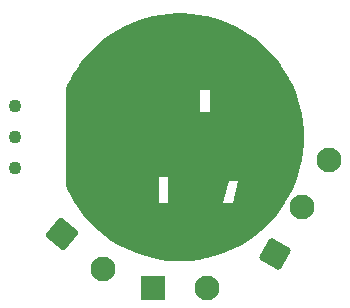
<source format=gbr>
%TF.GenerationSoftware,KiCad,Pcbnew,8.0.0*%
%TF.CreationDate,2024-03-10T03:06:54-05:00*%
%TF.ProjectId,Flashlight,466c6173-686c-4696-9768-742e6b696361,1.0*%
%TF.SameCoordinates,Original*%
%TF.FileFunction,Soldermask,Bot*%
%TF.FilePolarity,Negative*%
%FSLAX46Y46*%
G04 Gerber Fmt 4.6, Leading zero omitted, Abs format (unit mm)*
G04 Created by KiCad (PCBNEW 8.0.0) date 2024-03-10 03:06:54*
%MOMM*%
%LPD*%
G01*
G04 APERTURE LIST*
G04 Aperture macros list*
%AMRoundRect*
0 Rectangle with rounded corners*
0 $1 Rounding radius*
0 $2 $3 $4 $5 $6 $7 $8 $9 X,Y pos of 4 corners*
0 Add a 4 corners polygon primitive as box body*
4,1,4,$2,$3,$4,$5,$6,$7,$8,$9,$2,$3,0*
0 Add four circle primitives for the rounded corners*
1,1,$1+$1,$2,$3*
1,1,$1+$1,$4,$5*
1,1,$1+$1,$6,$7*
1,1,$1+$1,$8,$9*
0 Add four rect primitives between the rounded corners*
20,1,$1+$1,$2,$3,$4,$5,0*
20,1,$1+$1,$4,$5,$6,$7,0*
20,1,$1+$1,$6,$7,$8,$9,0*
20,1,$1+$1,$8,$9,$2,$3,0*%
G04 Aperture macros list end*
%ADD10RoundRect,0.250001X-0.799999X-0.799999X0.799999X-0.799999X0.799999X0.799999X-0.799999X0.799999X0*%
%ADD11C,2.100000*%
%ADD12RoundRect,0.250001X-1.127064X-0.098605X0.098605X-1.127064X1.127064X0.098605X-0.098605X1.127064X0*%
%ADD13RoundRect,0.250001X0.292820X-1.092819X1.092819X0.292820X-0.292820X1.092819X-1.092819X-0.292820X0*%
%ADD14C,1.100000*%
G04 APERTURE END LIST*
D10*
%TO.C,BT1*%
X112600000Y-77600000D03*
D11*
X117200000Y-77600000D03*
%TD*%
D12*
%TO.C,SW2*%
X104876196Y-73043177D03*
D11*
X108400000Y-76000000D03*
%TD*%
%TO.C,SW1*%
X127500000Y-66716282D03*
X125200000Y-70699999D03*
D13*
X122900000Y-74683716D03*
%TD*%
D14*
%TO.C,SW3*%
X100900001Y-67400000D03*
X100900001Y-64800000D03*
X100900001Y-62200000D03*
%TD*%
G36*
X115207157Y-54315215D02*
G01*
X115845010Y-54354556D01*
X115852615Y-54355261D01*
X116486812Y-54433792D01*
X116494359Y-54434963D01*
X117122545Y-54552391D01*
X117130005Y-54554025D01*
X117749754Y-54709898D01*
X117757100Y-54711988D01*
X118366080Y-54905718D01*
X118373283Y-54908256D01*
X118969192Y-55139112D01*
X118976225Y-55142089D01*
X119556789Y-55409191D01*
X119563626Y-55412596D01*
X120126626Y-55714921D01*
X120133240Y-55718739D01*
X120676592Y-56055169D01*
X120682958Y-56059388D01*
X121204538Y-56428606D01*
X121210633Y-56433208D01*
X121708522Y-56833858D01*
X121714321Y-56838827D01*
X122186576Y-57269345D01*
X122192059Y-57274661D01*
X122636936Y-57733454D01*
X122642081Y-57739099D01*
X123057859Y-58224399D01*
X123062647Y-58230348D01*
X123447765Y-58740325D01*
X123452178Y-58746559D01*
X123805172Y-59279280D01*
X123809192Y-59285773D01*
X124128716Y-59839207D01*
X124132329Y-59845935D01*
X124417184Y-60418001D01*
X124420376Y-60424939D01*
X124669467Y-61013439D01*
X124672226Y-61020561D01*
X124884622Y-61623298D01*
X124886937Y-61630576D01*
X125061821Y-62245226D01*
X125063684Y-62252632D01*
X125200398Y-62876889D01*
X125201802Y-62884396D01*
X125299830Y-63515904D01*
X125300768Y-63523484D01*
X125359732Y-64159808D01*
X125360202Y-64167430D01*
X125379882Y-64806181D01*
X125379882Y-64813819D01*
X125360202Y-65452569D01*
X125359732Y-65460191D01*
X125300768Y-66096515D01*
X125299830Y-66104095D01*
X125201802Y-66735603D01*
X125200398Y-66743110D01*
X125063684Y-67367367D01*
X125061821Y-67374773D01*
X124886937Y-67989423D01*
X124884622Y-67996701D01*
X124672226Y-68599438D01*
X124669467Y-68606560D01*
X124420376Y-69195060D01*
X124417184Y-69201998D01*
X124132329Y-69774064D01*
X124128716Y-69780792D01*
X123809192Y-70334226D01*
X123805172Y-70340719D01*
X123452178Y-70873440D01*
X123447765Y-70879674D01*
X123062647Y-71389651D01*
X123057859Y-71395600D01*
X122642081Y-71880900D01*
X122636936Y-71886545D01*
X122192059Y-72345338D01*
X122186576Y-72350654D01*
X121714321Y-72781172D01*
X121708522Y-72786141D01*
X121210633Y-73186791D01*
X121204538Y-73191393D01*
X120682958Y-73560611D01*
X120676592Y-73564830D01*
X120133240Y-73901260D01*
X120126626Y-73905078D01*
X119563626Y-74207403D01*
X119556789Y-74210808D01*
X118976225Y-74477910D01*
X118969192Y-74480887D01*
X118373283Y-74711743D01*
X118366080Y-74714281D01*
X117757100Y-74908011D01*
X117749754Y-74910101D01*
X117130005Y-75065974D01*
X117122545Y-75067608D01*
X116494359Y-75185036D01*
X116486812Y-75186207D01*
X115852615Y-75264738D01*
X115845011Y-75265443D01*
X115207158Y-75304785D01*
X115199524Y-75305020D01*
X114560476Y-75305020D01*
X114552842Y-75304785D01*
X113914988Y-75265443D01*
X113907384Y-75264738D01*
X113273187Y-75186207D01*
X113265640Y-75185036D01*
X112637454Y-75067608D01*
X112629994Y-75065974D01*
X112010245Y-74910101D01*
X112002899Y-74908011D01*
X111393919Y-74714281D01*
X111386716Y-74711743D01*
X110790807Y-74480887D01*
X110783774Y-74477910D01*
X110203210Y-74210808D01*
X110196373Y-74207403D01*
X109633373Y-73905078D01*
X109626759Y-73901260D01*
X109083407Y-73564830D01*
X109077041Y-73560611D01*
X108555461Y-73191393D01*
X108549366Y-73186791D01*
X108051477Y-72786141D01*
X108045678Y-72781172D01*
X107573423Y-72350654D01*
X107567940Y-72345338D01*
X107123063Y-71886545D01*
X107117918Y-71880900D01*
X106702140Y-71395600D01*
X106697352Y-71389651D01*
X106312234Y-70879674D01*
X106307821Y-70873440D01*
X105954827Y-70340719D01*
X105950807Y-70334226D01*
X105631283Y-69780792D01*
X105627670Y-69774064D01*
X105342815Y-69201998D01*
X105339623Y-69195059D01*
X105209808Y-68888358D01*
X105200000Y-68840025D01*
X105200000Y-68200000D01*
X113100000Y-68200000D01*
X113100000Y-70400000D01*
X113900000Y-70400000D01*
X113900000Y-70399999D01*
X118499999Y-70399999D01*
X118500000Y-70400000D01*
X119399999Y-70400000D01*
X119400000Y-70399999D01*
X119800000Y-68500000D01*
X118999999Y-68500000D01*
X118499999Y-70399999D01*
X113900000Y-70399999D01*
X113900000Y-68200000D01*
X113100000Y-68200000D01*
X105200000Y-68200000D01*
X105200000Y-60800000D01*
X116600000Y-60800000D01*
X116600000Y-62700000D01*
X117400000Y-62700000D01*
X117400000Y-60800000D01*
X116600000Y-60800000D01*
X105200000Y-60800000D01*
X105200000Y-60779973D01*
X105209808Y-60731640D01*
X105339623Y-60424940D01*
X105342815Y-60418001D01*
X105627670Y-59845935D01*
X105631283Y-59839207D01*
X105950807Y-59285773D01*
X105954827Y-59279280D01*
X106307821Y-58746559D01*
X106312234Y-58740325D01*
X106697352Y-58230348D01*
X106702140Y-58224399D01*
X107117918Y-57739099D01*
X107123063Y-57733454D01*
X107567940Y-57274661D01*
X107573423Y-57269345D01*
X108045678Y-56838827D01*
X108051477Y-56833858D01*
X108549366Y-56433208D01*
X108555461Y-56428606D01*
X109077041Y-56059388D01*
X109083407Y-56055169D01*
X109626759Y-55718739D01*
X109633373Y-55714921D01*
X110196373Y-55412596D01*
X110203210Y-55409191D01*
X110783774Y-55142089D01*
X110790807Y-55139112D01*
X111386716Y-54908256D01*
X111393919Y-54905718D01*
X112002899Y-54711988D01*
X112010245Y-54709898D01*
X112629994Y-54554025D01*
X112637454Y-54552391D01*
X113265640Y-54434963D01*
X113273187Y-54433792D01*
X113907384Y-54355261D01*
X113914989Y-54354556D01*
X114552843Y-54315215D01*
X114560476Y-54314980D01*
X115199524Y-54314980D01*
X115207157Y-54315215D01*
G37*
M02*

</source>
